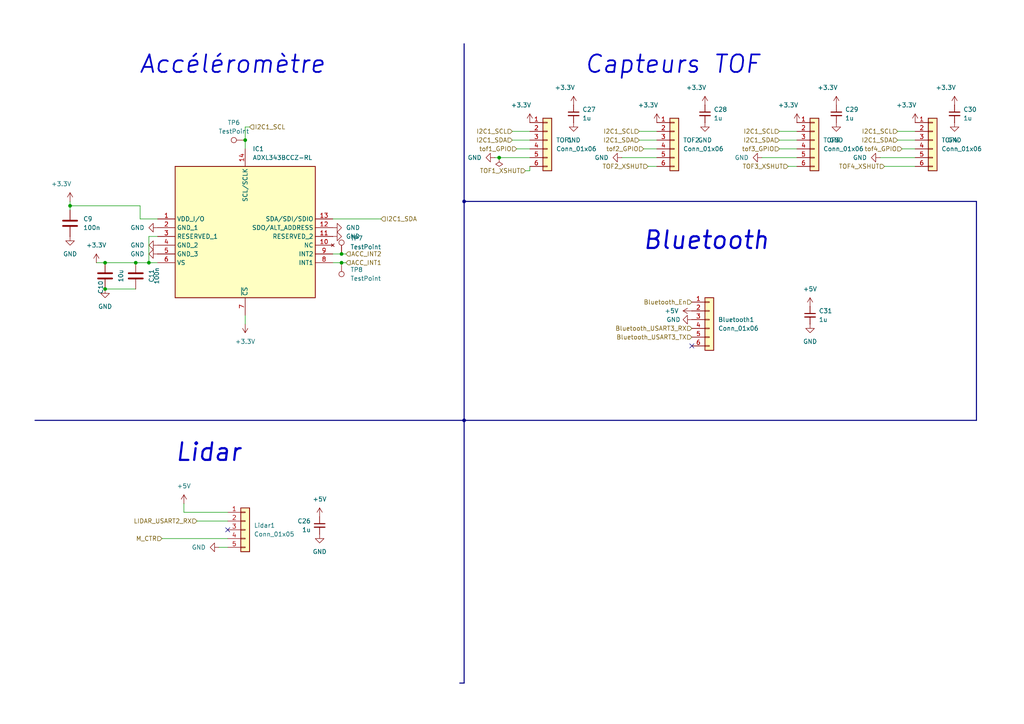
<source format=kicad_sch>
(kicad_sch (version 20250114) (generator "eeschema") (generator_version "9.0")
  (paper "A4")
  (lib_symbols
    (symbol "ADXL343BCCZ-RL:ADXL343BCCZ-RL"
      (property "Reference" "IC" (at 46.99 20.32 0))
      (property "Value" "ADXL343BCCZ-RL" (at 46.99 17.78 0))
      (symbol "ADXL343BCCZ-RL_1_1"
        (rectangle (start 5.08 15.24) (end 45.72 -22.86) (stroke (width 0.254)) (fill (type background)))
        (pin passive line (at 0 0 0) (length 5.08) (name "VDD_I/O") (number "1"))
        (pin passive line (at 0 -2.54 0) (length 5.08) (name "GND_1") (number "2"))
        (pin passive line (at 0 -5.08 0) (length 5.08) (name "RESERVED_1") (number "3"))
        (pin passive line (at 0 -7.62 0) (length 5.08) (name "GND_2") (number "4"))
        (pin passive line (at 0 -10.16 0) (length 5.08) (name "GND_3") (number "5"))
        (pin passive line (at 0 -12.7 0) (length 5.08) (name "VS") (number "6"))
        (pin passive line (at 25.4 20.32 270) (length 5.08) (name "SCL/SCLK") (number "14"))
        (pin passive line (at 25.4 -27.94 90) (length 5.08) (name "~{CS}") (number "7"))
        (pin passive line (at 50.8 0 180) (length 5.08) (name "SDA/SDI/SDIO") (number "13"))
        (pin passive line (at 50.8 -2.54 180) (length 5.08) (name "SDO/ALT_ADDRESS") (number "12"))
        (pin passive line (at 50.8 -5.08 180) (length 5.08) (name "RESERVED_2") (number "11"))
        (pin no_connect line (at 50.8 -7.62 180) (length 5.08) (name "NC") (number "10"))
        (pin passive line (at 50.8 -10.16 180) (length 5.08) (name "INT2") (number "9"))
        (pin passive line (at 50.8 -12.7 180) (length 5.08) (name "INT1") (number "8"))
      )
    )
    (symbol "Connector:TestPoint" (pin_numbers (hide yes)) (pin_names (offset 0.762) (hide yes))
      (property "Reference" "TP" (at 0 6.858 0))
      (property "Value" "TestPoint" (at 0 5.08 0))
      (symbol "TestPoint_0_1"
        (circle (center 0 3.302) (radius 0.762))
      )
      (symbol "TestPoint_1_1"
        (pin passive line (at 0 0 90) (length 2.54) (name "1") (number "1"))
      )
    )
    (symbol "Connector_Generic:Conn_01x05" (pin_names (offset 1.016) (hide yes))
      (property "Reference" "J" (at 0 7.62 0))
      (property "Value" "Conn_01x05" (at 0 -7.62 0))
      (symbol "Conn_01x05_1_1"
        (rectangle (start -1.27 6.35) (end 1.27 -6.35) (stroke (width 0.254)) (fill (type background)))
        (rectangle (start -1.27 5.207) (end 0 4.953) (stroke (width 0.1524)))
        (rectangle (start -1.27 2.667) (end 0 2.413) (stroke (width 0.1524)))
        (rectangle (start -1.27 0.127) (end 0 -0.127) (stroke (width 0.1524)))
        (rectangle (start -1.27 -2.413) (end 0 -2.667) (stroke (width 0.1524)))
        (rectangle (start -1.27 -4.953) (end 0 -5.207) (stroke (width 0.1524)))
        (pin passive line (at -5.08 5.08 0) (length 3.81) (name "Pin_1") (number "1"))
        (pin passive line (at -5.08 2.54 0) (length 3.81) (name "Pin_2") (number "2"))
        (pin passive line (at -5.08 0 0) (length 3.81) (name "Pin_3") (number "3"))
        (pin passive line (at -5.08 -2.54 0) (length 3.81) (name "Pin_4") (number "4"))
        (pin passive line (at -5.08 -5.08 0) (length 3.81) (name "Pin_5") (number "5"))
      )
    )
    (symbol "Connector_Generic:Conn_01x06" (pin_names (offset 1.016) (hide yes))
      (property "Reference" "J" (at 0 7.62 0))
      (property "Value" "Conn_01x06" (at 0 -10.16 0))
      (symbol "Conn_01x06_1_1"
        (rectangle (start -1.27 6.35) (end 1.27 -8.89) (stroke (width 0.254)) (fill (type background)))
        (rectangle (start -1.27 5.207) (end 0 4.953) (stroke (width 0.1524)))
        (rectangle (start -1.27 2.667) (end 0 2.413) (stroke (width 0.1524)))
        (rectangle (start -1.27 0.127) (end 0 -0.127) (stroke (width 0.1524)))
        (rectangle (start -1.27 -2.413) (end 0 -2.667) (stroke (width 0.1524)))
        (rectangle (start -1.27 -4.953) (end 0 -5.207) (stroke (width 0.1524)))
        (rectangle (start -1.27 -7.493) (end 0 -7.747) (stroke (width 0.1524)))
        (pin passive line (at -5.08 5.08 0) (length 3.81) (name "Pin_1") (number "1"))
        (pin passive line (at -5.08 2.54 0) (length 3.81) (name "Pin_2") (number "2"))
        (pin passive line (at -5.08 0 0) (length 3.81) (name "Pin_3") (number "3"))
        (pin passive line (at -5.08 -2.54 0) (length 3.81) (name "Pin_4") (number "4"))
        (pin passive line (at -5.08 -5.08 0) (length 3.81) (name "Pin_5") (number "5"))
        (pin passive line (at -5.08 -7.62 0) (length 3.81) (name "Pin_6") (number "6"))
      )
    )
    (symbol "Device:C" (pin_numbers (hide yes)) (pin_names (offset 0.254))
      (property "Reference" "C" (at 0.635 2.54 0))
      (property "Value" "C" (at 0.635 -2.54 0))
      (symbol "C_0_1"
        (polyline (pts (xy -2.032 0.762) (xy 2.032 0.762)) (stroke (width 0.508)))
        (polyline (pts (xy -2.032 -0.762) (xy 2.032 -0.762)) (stroke (width 0.508)))
      )
      (symbol "C_1_1"
        (pin passive line (at 0 3.81 270) (length 2.794) (name "~") (number "1"))
        (pin passive line (at 0 -3.81 90) (length 2.794) (name "~") (number "2"))
      )
    )
    (symbol "Device:C_Small" (pin_numbers (hide yes)) (pin_names (offset 0.254) (hide yes))
      (property "Reference" "C" (at 0.254 1.778 0))
      (property "Value" "C_Small" (at 0.254 -2.032 0))
      (symbol "C_Small_0_1"
        (polyline (pts (xy -1.524 0.508) (xy 1.524 0.508)) (stroke (width 0.3048)))
        (polyline (pts (xy -1.524 -0.508) (xy 1.524 -0.508)) (stroke (width 0.3302)))
      )
      (symbol "C_Small_1_1"
        (pin passive line (at 0 2.54 270) (length 2.032) (name "~") (number "1"))
        (pin passive line (at 0 -2.54 90) (length 2.032) (name "~") (number "2"))
      )
    )
    (symbol "power:+3.3V" (power) (pin_numbers (hide yes)) (pin_names (offset 0) (hide yes))
      (property "Value" "+3.3V" (at 0 3.556 0))
      (symbol "+3.3V_0_1"
        (polyline (pts (xy -0.762 1.27) (xy 0 2.54)))
        (polyline (pts (xy 0 2.54) (xy 0.762 1.27)))
        (polyline (pts (xy 0 0) (xy 0 2.54)))
      )
      (symbol "+3.3V_1_1"
        (pin power_in line (at 0 0 90) (length 0) (name "~") (number "1"))
      )
    )
    (symbol "power:+5V" (power) (pin_numbers (hide yes)) (pin_names (offset 0) (hide yes))
      (property "Value" "+5V" (at 0 3.556 0))
      (symbol "+5V_0_1"
        (polyline (pts (xy -0.762 1.27) (xy 0 2.54)))
        (polyline (pts (xy 0 2.54) (xy 0.762 1.27)))
        (polyline (pts (xy 0 0) (xy 0 2.54)))
      )
      (symbol "+5V_1_1"
        (pin power_in line (at 0 0 90) (length 0) (name "~") (number "1"))
      )
    )
    (symbol "power:GND" (power) (pin_numbers (hide yes)) (pin_names (offset 0) (hide yes))
      (property "Value" "GND" (at 0 -3.81 0))
      (symbol "GND_0_1"
        (polyline (pts (xy 0 0) (xy 0 -1.27) (xy 1.27 -1.27) (xy 0 -2.54) (xy -1.27 -1.27) (xy 0 -1.27)))
      )
      (symbol "GND_1_1"
        (pin power_in line (at 0 0 270) (length 0) (name "~") (number "1"))
      )
    )
    (symbol "power:PWR_FLAG" (power) (pin_numbers (hide yes)) (pin_names (offset 0) (hide yes))
      (property "Value" "PWR_FLAG" (at 0 3.81 0))
      (symbol "PWR_FLAG_0_0"
        (pin power_out line (at 0 0 90) (length 0) (name "~") (number "1"))
      )
      (symbol "PWR_FLAG_0_1"
        (polyline (pts (xy 0 0) (xy 0 1.27) (xy -1.016 1.905) (xy 0 2.54) (xy 1.016 1.905) (xy 0 1.27)))
      )
    )
  )
  (text "Lidar\n" (at 60.452 131.318 0) (effects (font (size 5.08 5.08) (thickness 0.635) (italic yes))))
  (text "Bluetooth " (at 206.756 69.85 0) (effects (font (size 5.08 5.08) (thickness 0.635) (italic yes))))
  (text "Accéléromètre " (at 69.342 18.796 0) (effects (font (size 5.08 5.08) (thickness 0.508) (bold yes) (italic yes))))
  (text "Capteurs TOF" (at 195.072 18.796 0) (effects (font (size 5.08 5.08) (thickness 0.508) (bold yes) (italic yes))))
  (junction (at 134.62 58.42))
  (junction (at 30.48 76.2))
  (junction (at 39.37 76.2))
  (junction (at 71.12 40.64))
  (junction (at 144.78 45.72))
  (junction (at 30.48 83.82))
  (junction (at 20.32 59.69))
  (junction (at 134.62 121.92))
  (junction (at 99.06 73.66))
  (junction (at 43.18 76.2))
  (junction (at 99.06 76.2))
  (no_connect (at 66.04 153.67))
  (no_connect (at 200.66 100.33))
  (bus (pts (xy 283.21 58.42) (xy 283.21 121.92)))
  (bus (pts (xy 10.16 121.92) (xy 134.62 121.92)))
  (wire (pts (xy 152.4 49.53) (xy 153.67 49.53)))
  (bus (pts (xy 283.21 121.92) (xy 134.62 121.92)))
  (wire (pts (xy 53.34 148.59) (xy 66.04 148.59)))
  (wire (pts (xy 148.59 38.1) (xy 153.67 38.1)))
  (wire (pts (xy 71.12 36.83) (xy 71.12 40.64)))
  (wire (pts (xy 63.5 158.75) (xy 66.04 158.75)))
  (wire (pts (xy 20.32 59.69) (xy 40.64 59.69)))
  (wire (pts (xy 226.06 40.64) (xy 231.14 40.64)))
  (wire (pts (xy 46.99 156.21) (xy 66.04 156.21)))
  (wire (pts (xy 260.35 38.1) (xy 265.43 38.1)))
  (wire (pts (xy 220.98 45.72) (xy 231.14 45.72)))
  (wire (pts (xy 45.72 68.58) (xy 43.18 68.58)))
  (wire (pts (xy 185.42 40.64) (xy 190.5 40.64)))
  (wire (pts (xy 43.18 68.58) (xy 43.18 76.2)))
  (wire (pts (xy 186.69 43.18) (xy 190.5 43.18)))
  (wire (pts (xy 30.48 76.2) (xy 39.37 76.2)))
  (wire (pts (xy 149.86 43.18) (xy 153.67 43.18)))
  (wire (pts (xy 71.12 91.44) (xy 71.12 93.98)))
  (wire (pts (xy 40.64 59.69) (xy 40.64 63.5)))
  (wire (pts (xy 71.12 40.64) (xy 71.12 43.18)))
  (wire (pts (xy 43.18 76.2) (xy 45.72 76.2)))
  (wire (pts (xy 39.37 76.2) (xy 43.18 76.2)))
  (wire (pts (xy 96.52 63.5) (xy 110.49 63.5)))
  (wire (pts (xy 185.42 38.1) (xy 190.5 38.1)))
  (bus (pts (xy 134.62 12.7) (xy 134.62 58.42)))
  (wire (pts (xy 20.32 58.42) (xy 20.32 59.69)))
  (wire (pts (xy 27.94 76.2) (xy 30.48 76.2)))
  (wire (pts (xy 143.51 45.72) (xy 144.78 45.72)))
  (wire (pts (xy 53.34 146.05) (xy 53.34 148.59)))
  (wire (pts (xy 71.12 36.83) (xy 72.39 36.83)))
  (wire (pts (xy 256.54 48.26) (xy 265.43 48.26)))
  (bus (pts (xy 134.62 58.42) (xy 134.62 121.92)))
  (wire (pts (xy 228.6 48.26) (xy 231.14 48.26)))
  (wire (pts (xy 57.15 151.13) (xy 66.04 151.13)))
  (bus (pts (xy 134.62 58.42) (xy 283.21 58.42)))
  (wire (pts (xy 260.35 40.64) (xy 265.43 40.64)))
  (wire (pts (xy 30.48 83.82) (xy 39.37 83.82)))
  (wire (pts (xy 96.52 76.2) (xy 99.06 76.2)))
  (wire (pts (xy 261.62 43.18) (xy 265.43 43.18)))
  (wire (pts (xy 20.32 59.69) (xy 20.32 60.96)))
  (wire (pts (xy 226.06 38.1) (xy 231.14 38.1)))
  (wire (pts (xy 99.06 76.2) (xy 100.33 76.2)))
  (wire (pts (xy 40.64 63.5) (xy 45.72 63.5)))
  (wire (pts (xy 255.27 45.72) (xy 265.43 45.72)))
  (wire (pts (xy 144.78 45.72) (xy 153.67 45.72)))
  (bus (pts (xy 134.62 121.92) (xy 134.62 198.12)))
  (wire (pts (xy 180.34 45.72) (xy 190.5 45.72)))
  (wire (pts (xy 226.06 43.18) (xy 231.14 43.18)))
  (wire (pts (xy 153.67 49.53) (xy 153.67 48.26)))
  (bus (pts (xy 133.35 198.12) (xy 134.62 198.12)))
  (wire (pts (xy 96.52 73.66) (xy 99.06 73.66)))
  (wire (pts (xy 99.06 73.66) (xy 100.33 73.66)))
  (wire (pts (xy 187.96 48.26) (xy 190.5 48.26)))
  (wire (pts (xy 148.59 40.64) (xy 153.67 40.64)))
  (hierarchical_label "TOF2_XSHUT" (shape input) (at 187.96 48.26 180))
  (hierarchical_label "Bluetooth_USART3_TX" (shape input) (at 200.66 97.79 180))
  (hierarchical_label "tof2_GPIO" (shape input) (at 186.69 43.18 180))
  (hierarchical_label "M_CTR" (shape input) (at 46.99 156.21 180))
  (hierarchical_label "TOF3_XSHUT" (shape input) (at 228.6 48.26 180))
  (hierarchical_label "I2C1_SDA" (shape input) (at 226.06 40.64 180))
  (hierarchical_label "ACC_INT2" (shape input) (at 100.33 73.66 0))
  (hierarchical_label "tof3_GPIO" (shape input) (at 226.06 43.18 180))
  (hierarchical_label "TOF4_XSHUT" (shape input) (at 256.54 48.26 180))
  (hierarchical_label "TOF1_XSHUT" (shape input) (at 152.4 49.53 180))
  (hierarchical_label "tof4_GPIO" (shape input) (at 261.62 43.18 180))
  (hierarchical_label "I2C1_SDA" (shape input) (at 148.59 40.64 180))
  (hierarchical_label "I2C1_SCL" (shape input) (at 226.06 38.1 180))
  (hierarchical_label "I2C1_SCL" (shape input) (at 185.42 38.1 180))
  (hierarchical_label "I2C1_SDA" (shape input) (at 260.35 40.64 180))
  (hierarchical_label "I2C1_SDA" (shape input) (at 185.42 40.64 180))
  (hierarchical_label "ACC_INT1" (shape input) (at 100.33 76.2 0))
  (hierarchical_label "Bluetooth_USART3_RX" (shape input) (at 200.66 95.25 180))
  (hierarchical_label "I2C1_SCL" (shape input) (at 72.39 36.83 0))
  (hierarchical_label "Bluetooth_En" (shape input) (at 200.66 87.63 180))
  (hierarchical_label "LIDAR_USART2_RX" (shape input) (at 57.15 151.13 180))
  (hierarchical_label "I2C1_SCL" (shape input) (at 148.59 38.1 180))
  (hierarchical_label "I2C1_SCL" (shape input) (at 260.35 38.1 180))
  (hierarchical_label "tof1_GPIO" (shape input) (at 149.86 43.18 180))
  (hierarchical_label "I2C1_SDA" (shape input) (at 110.49 63.5 0))
  (symbol (lib_id "power:+3.3V") (at 27.94 76.2 0) (unit 1)
    (property "Reference" "#PWR0127" (effects (hide yes)))
    (property "Value" "+3.3V" (at 27.94 71.12 0))
    (property "Description" "Power symbol creates a global label with name \"+3.3V\"" (effects (hide yes)))
    (instances (project "Projet_Robot" (path "" (reference "#PWR0127") (unit 1))) (project "" (path "" (reference "#PWR?") (unit 1))))
  )
  (symbol (lib_id "Connector:TestPoint") (at 99.06 73.66 0) (unit 1)
    (property "Reference" "TP7" (at 101.6 69.0879 0) (effects (justify left)))
    (property "Value" "TestPoint" (at 101.6 71.6279 0) (effects (justify left)))
    (property "Footprint" "TestPoint:TestPoint_Pad_D1.5mm" (effects (hide yes)))
    (property "Description" "test point" (effects (hide yes)))
  )
  (symbol (lib_id "power:GND") (at 143.51 45.72 270) (unit 1)
    (property "Reference" "#PWR04" (effects (hide yes)))
    (property "Value" "GND" (at 139.7 45.7199 90) (effects (justify right)))
    (property "Description" "Power symbol creates a global label with name \"GND\" , ground" (effects (hide yes)))
  )
  (symbol (lib_id "power:+5V") (at 92.71 149.86 0) (unit 1)
    (property "Reference" "#PWR027" (effects (hide yes)))
    (property "Value" "+5V" (at 92.71 144.78 0))
    (property "Description" "Power symbol creates a global label with name \"+5V\"" (effects (hide yes)))
  )
  (symbol (lib_id "Connector_Generic:Conn_01x06") (at 270.51 40.64 0) (unit 1)
    (property "Reference" "TOF4" (at 273.05 40.6399 0) (effects (justify left)))
    (property "Value" "Conn_01x06" (at 273.05 43.1799 0) (effects (justify left)))
    (property "Footprint" "Connector_PinSocket_2.54mm:PinSocket_1x06_P2.54mm_Vertical" (effects (hide yes)))
    (property "Description" "Generic connector, single row, 01x06, script generated (kicad-library-utils/schlib/autogen/connector/)" (effects (hide yes)))
  )
  (symbol (lib_id "power:+3.3V") (at 20.32 58.42 0) (unit 1)
    (property "Reference" "#PWR0124" (effects (hide yes)))
    (property "Value" "+3.3V" (at 17.78 53.34 0))
    (property "Description" "Power symbol creates a global label with name \"+3.3V\"" (effects (hide yes)))
    (instances (project "Projet_Robot" (path "" (reference "#PWR0124") (unit 1))) (project "Projet micro" (path "" (reference "#PWR?") (unit 1))))
  )
  (symbol (lib_id "Device:C") (at 30.48 80.01 180) (unit 1)
    (property "Reference" "C10" (at 29.21 83.312 90))
    (property "Value" "10u" (at 35.052 80.01 90))
    (property "Footprint" "Capacitor_SMD:C_0603_1608Metric" (effects (hide yes)))
    (property "Description" "Unpolarized capacitor" (effects (hide yes)))
    (instances (project "" (path "" (reference "C10") (unit 1))) (project "Projet micro" (path "" (reference "C2") (unit 1))))
  )
  (symbol (lib_id "power:+5V") (at 234.95 88.9 0) (unit 1)
    (property "Reference" "#PWR038" (effects (hide yes)))
    (property "Value" "+5V" (at 234.95 83.82 0))
    (property "Description" "Power symbol creates a global label with name \"+5V\"" (effects (hide yes)))
  )
  (symbol (lib_id "power:GND") (at 30.48 83.82 0) (unit 1)
    (property "Reference" "#PWR024" (effects (hide yes)))
    (property "Value" "GND" (at 30.48 88.9 0))
    (property "Description" "Power symbol creates a global label with name \"GND\" , ground" (effects (hide yes)))
  )
  (symbol (lib_id "power:+3.3V") (at 265.43 35.56 0) (unit 1)
    (property "Reference" "#PWR030" (effects (hide yes)))
    (property "Value" "+3.3V" (at 262.89 30.48 0))
    (property "Description" "Power symbol creates a global label with name \"+3.3V\"" (effects (hide yes)))
  )
  (symbol (lib_id "power:+3.3V") (at 276.86 30.48 0) (unit 1)
    (property "Reference" "#PWR032" (effects (hide yes)))
    (property "Value" "+3.3V" (at 274.32 25.4 0))
    (property "Description" "Power symbol creates a global label with name \"+3.3V\"" (effects (hide yes)))
  )
  (symbol (lib_id "power:+3.3V") (at 204.47 30.48 0) (unit 1)
    (property "Reference" "#PWR010" (effects (hide yes)))
    (property "Value" "+3.3V" (at 201.93 25.4 0))
    (property "Description" "Power symbol creates a global label with name \"+3.3V\"" (effects (hide yes)))
  )
  (symbol (lib_id "power:+5V") (at 200.66 90.17 90) (unit 1)
    (property "Reference" "#PWR042" (effects (hide yes)))
    (property "Value" "+5V" (at 196.85 90.1699 90) (effects (justify left)))
    (property "Description" "Power symbol creates a global label with name \"+5V\"" (effects (hide yes)))
  )
  (symbol (lib_id "power:+5V") (at 53.34 146.05 0) (unit 1)
    (property "Reference" "#PWR0129" (effects (hide yes)))
    (property "Value" "+5V" (at 53.34 140.97 0))
    (property "Description" "Power symbol creates a global label with name \"+5V\"" (effects (hide yes)))
    (instances (project "Projet_Robot" (path "" (reference "#PWR0129") (unit 1))) (project "" (path "" (reference "#PWR?") (unit 1))))
  )
  (symbol (lib_id "power:+3.3V") (at 153.67 35.56 0) (unit 1)
    (property "Reference" "#PWR03" (effects (hide yes)))
    (property "Value" "+3.3V" (at 151.13 30.48 0))
    (property "Description" "Power symbol creates a global label with name \"+3.3V\"" (effects (hide yes)))
  )
  (symbol (lib_id "power:+3.3V") (at 190.5 35.56 0) (unit 1)
    (property "Reference" "#PWR08" (effects (hide yes)))
    (property "Value" "+3.3V" (at 187.96 30.48 0))
    (property "Description" "Power symbol creates a global label with name \"+3.3V\"" (effects (hide yes)))
  )
  (symbol (lib_id "Connector_Generic:Conn_01x06") (at 195.58 40.64 0) (unit 1)
    (property "Reference" "TOF2" (at 198.12 40.6399 0) (effects (justify left)))
    (property "Value" "Conn_01x06" (at 198.12 43.1799 0) (effects (justify left)))
    (property "Footprint" "Connector_PinSocket_2.54mm:PinSocket_1x06_P2.54mm_Vertical" (effects (hide yes)))
    (property "Description" "Generic connector, single row, 01x06, script generated (kicad-library-utils/schlib/autogen/connector/)" (effects (hide yes)))
  )
  (symbol (lib_id "power:GND") (at 166.37 35.56 0) (unit 1)
    (property "Reference" "#PWR031" (effects (hide yes)))
    (property "Value" "GND" (at 166.37 40.64 0))
    (property "Description" "Power symbol creates a global label with name \"GND\" , ground" (effects (hide yes)))
  )
  (symbol (lib_id "Device:C_Small") (at 92.71 152.4 0) (mirror y) (unit 1)
    (property "Reference" "C26" (at 90.17 151.1362 0) (effects (justify left)))
    (property "Value" "1u" (at 90.17 153.6762 0) (effects (justify left)))
    (property "Footprint" "Capacitor_SMD:C_0603_1608Metric" (effects (hide yes)))
    (property "Description" "Unpolarized capacitor, small symbol" (effects (hide yes)))
  )
  (symbol (lib_id "Connector_Generic:Conn_01x06") (at 158.75 40.64 0) (unit 1)
    (property "Reference" "TOF1" (at 161.29 40.6399 0) (effects (justify left)))
    (property "Value" "Conn_01x06" (at 161.29 43.1799 0) (effects (justify left)))
    (property "Footprint" "Connector_PinSocket_2.54mm:PinSocket_1x06_P2.54mm_Vertical" (effects (hide yes)))
    (property "Description" "Generic connector, single row, 01x06, script generated (kicad-library-utils/schlib/autogen/connector/)" (effects (hide yes)))
    (instances (project "" (path "" (reference "TOF1") (unit 1))) (project "" (path "" (reference "J2") (unit 1))))
  )
  (symbol (lib_id "power:GND") (at 276.86 35.56 0) (unit 1)
    (property "Reference" "#PWR037" (effects (hide yes)))
    (property "Value" "GND" (at 276.86 40.64 0))
    (property "Description" "Power symbol creates a global label with name \"GND\" , ground" (effects (hide yes)))
  )
  (symbol (lib_id "power:GND") (at 255.27 45.72 270) (unit 1)
    (property "Reference" "#PWR09" (effects (hide yes)))
    (property "Value" "GND" (at 251.46 45.7199 90) (effects (justify right)))
    (property "Description" "Power symbol creates a global label with name \"GND\" , ground" (effects (hide yes)))
  )
  (symbol (lib_id "power:GND") (at 96.52 68.58 90) (unit 1)
    (property "Reference" "#PWR0120" (effects (hide yes)))
    (property "Value" "GND" (at 100.33 68.5799 90) (effects (justify right)))
    (property "Description" "Power symbol creates a global label with name \"GND\" , ground" (effects (hide yes)))
    (instances (project "Projet_Robot" (path "" (reference "#PWR0120") (unit 1))) (project "" (path "" (reference "#PWR?") (unit 1))))
  )
  (symbol (lib_id "Device:C_Small") (at 242.57 33.02 0) (unit 1)
    (property "Reference" "C29" (at 245.11 31.7562 0) (effects (justify left)))
    (property "Value" "1u" (at 245.11 34.2962 0) (effects (justify left)))
    (property "Footprint" "Capacitor_SMD:C_0603_1608Metric" (effects (hide yes)))
    (property "Description" "Unpolarized capacitor, small symbol" (effects (hide yes)))
  )
  (symbol (lib_id "power:GND") (at 200.66 92.71 270) (unit 1)
    (property "Reference" "#PWR0118" (effects (hide yes)))
    (property "Value" "GND" (at 195.326 92.71 90))
    (property "Description" "Power symbol creates a global label with name \"GND\" , ground" (effects (hide yes)))
  )
  (symbol (lib_id "Device:C") (at 20.32 64.77 180) (unit 1)
    (property "Reference" "C9" (at 24.13 63.4999 0) (effects (justify right)))
    (property "Value" "100n" (at 24.13 66.0399 0) (effects (justify right)))
    (property "Footprint" "Capacitor_SMD:C_0402_1005Metric" (effects (hide yes)))
    (property "Description" "Unpolarized capacitor" (effects (hide yes)))
    (instances (project "" (path "" (reference "C9") (unit 1))) (project "" (path "" (reference "C1") (unit 1))))
  )
  (symbol (lib_id "power:GND") (at 45.72 66.04 270) (unit 1)
    (property "Reference" "#PWR0125" (effects (hide yes)))
    (property "Value" "GND" (at 41.91 66.0399 90) (effects (justify right)))
    (property "Description" "Power symbol creates a global label with name \"GND\" , ground" (effects (hide yes)))
    (instances (project "Projet_Robot" (path "" (reference "#PWR0125") (unit 1))) (project "" (path "" (reference "#PWR?") (unit 1))))
  )
  (symbol (lib_id "Device:C_Small") (at 166.37 33.02 0) (unit 1)
    (property "Reference" "C27" (at 168.91 31.7562 0) (effects (justify left)))
    (property "Value" "1u" (at 168.91 34.2962 0) (effects (justify left)))
    (property "Footprint" "Capacitor_SMD:C_0603_1608Metric" (effects (hide yes)))
    (property "Description" "Unpolarized capacitor, small symbol" (effects (hide yes)))
  )
  (symbol (lib_id "Connector:TestPoint") (at 71.12 40.64 90) (unit 1)
    (property "Reference" "TP6" (at 67.818 35.56 90))
    (property "Value" "TestPoint" (at 67.818 38.1 90))
    (property "Footprint" "TestPoint:TestPoint_Pad_D1.5mm" (effects (hide yes)))
    (property "Description" "test point" (effects (hide yes)))
  )
  (symbol (lib_id "Connector_Generic:Conn_01x06") (at 205.74 92.71 0) (unit 1)
    (property "Reference" "Bluetooth1" (at 208.28 92.7099 0) (effects (justify left)))
    (property "Value" "Conn_01x06" (at 208.28 95.2499 0) (effects (justify left)))
    (property "Footprint" "Connector_PinSocket_2.54mm:PinSocket_1x06_P2.54mm_Vertical" (effects (hide yes)))
    (property "Description" "Generic connector, single row, 01x06, script generated (kicad-library-utils/schlib/autogen/connector/)" (effects (hide yes)))
  )
  (symbol (lib_id "power:GND") (at 204.47 35.56 0) (unit 1)
    (property "Reference" "#PWR033" (effects (hide yes)))
    (property "Value" "GND" (at 204.47 40.64 0))
    (property "Description" "Power symbol creates a global label with name \"GND\" , ground" (effects (hide yes)))
  )
  (symbol (lib_id "power:GND") (at 45.72 73.66 270) (unit 1)
    (property "Reference" "#PWR0122" (effects (hide yes)))
    (property "Value" "GND" (at 41.91 73.6599 90) (effects (justify right)))
    (property "Description" "Power symbol creates a global label with name \"GND\" , ground" (effects (hide yes)))
    (instances (project "Projet_Robot" (path "" (reference "#PWR0122") (unit 1))) (project "Projet micro" (path "" (reference "#PWR?") (unit 1))))
  )
  (symbol (lib_id "power:+3.3V") (at 71.12 93.98 180) (unit 1)
    (property "Reference" "#PWR0130" (effects (hide yes)))
    (property "Value" "+3.3V" (at 71.12 99.06 0))
    (property "Description" "Power symbol creates a global label with name \"+3.3V\"" (effects (hide yes)))
    (instances (project "Projet_Robot" (path "" (reference "#PWR0130") (unit 1))) (project "Projet micro" (path "" (reference "#PWR?") (unit 1))))
  )
  (symbol (lib_id "Connector_Generic:Conn_01x06") (at 236.22 40.64 0) (unit 1)
    (property "Reference" "TOF3" (at 238.76 40.6399 0) (effects (justify left)))
    (property "Value" "Conn_01x06" (at 238.76 43.1799 0) (effects (justify left)))
    (property "Footprint" "Connector_PinSocket_2.54mm:PinSocket_1x06_P2.54mm_Vertical" (effects (hide yes)))
    (property "Description" "Generic connector, single row, 01x06, script generated (kicad-library-utils/schlib/autogen/connector/)" (effects (hide yes)))
  )
  (symbol (lib_id "power:GND") (at 220.98 45.72 270) (unit 1)
    (property "Reference" "#PWR07" (effects (hide yes)))
    (property "Value" "GND" (at 217.17 45.7199 90) (effects (justify right)))
    (property "Description" "Power symbol creates a global label with name \"GND\" , ground" (effects (hide yes)))
  )
  (symbol (lib_id "power:GND") (at 63.5 158.75 270) (unit 1)
    (property "Reference" "#PWR0128" (effects (hide yes)))
    (property "Value" "GND" (at 59.69 158.7499 90) (effects (justify right)))
    (property "Description" "Power symbol creates a global label with name \"GND\" , ground" (effects (hide yes)))
    (instances (project "Projet_Robot" (path "" (reference "#PWR0128") (unit 1))) (project "" (path "" (reference "#PWR?") (unit 1))))
  )
  (symbol (lib_id "Connector_Generic:Conn_01x05") (at 71.12 153.67 0) (unit 1)
    (property "Reference" "Lidar1" (at 73.66 152.3999 0) (effects (justify left)))
    (property "Value" "Conn_01x05" (at 73.66 154.9399 0) (effects (justify left)))
    (property "Footprint" "Connector_JST:JST_XH_B5B-XH-A_1x05_P2.50mm_Vertical" (effects (hide yes)))
    (property "Description" "Generic connector, single row, 01x05, script generated (kicad-library-utils/schlib/autogen/connector/)" (effects (hide yes)))
  )
  (symbol (lib_id "Connector:TestPoint") (at 99.06 76.2 180) (unit 1)
    (property "Reference" "TP8" (at 101.6 78.2319 0) (effects (justify right)))
    (property "Value" "TestPoint" (at 101.6 80.7719 0) (effects (justify right)))
    (property "Footprint" "TestPoint:TestPoint_Pad_D1.5mm" (effects (hide yes)))
    (property "Description" "test point" (effects (hide yes)))
  )
  (symbol (lib_id "power:GND") (at 242.57 35.56 0) (unit 1)
    (property "Reference" "#PWR035" (effects (hide yes)))
    (property "Value" "GND" (at 242.57 40.64 0))
    (property "Description" "Power symbol creates a global label with name \"GND\" , ground" (effects (hide yes)))
  )
  (symbol (lib_id "power:GND") (at 96.52 66.04 90) (unit 1)
    (property "Reference" "#PWR0126" (effects (hide yes)))
    (property "Value" "GND" (at 100.33 66.0399 90) (effects (justify right)))
    (property "Description" "Power symbol creates a global label with name \"GND\" , ground" (effects (hide yes)))
    (instances (project "Projet_Robot" (path "" (reference "#PWR0126") (unit 1))) (project "Projet micro" (path "" (reference "#PWR?") (unit 1))))
  )
  (symbol (lib_id "power:GND") (at 180.34 45.72 270) (unit 1)
    (property "Reference" "#PWR05" (effects (hide yes)))
    (property "Value" "GND" (at 176.53 45.7199 90) (effects (justify right)))
    (property "Description" "Power symbol creates a global label with name \"GND\" , ground" (effects (hide yes)))
  )
  (symbol (lib_id "Device:C_Small") (at 204.47 33.02 0) (unit 1)
    (property "Reference" "C28" (at 207.01 31.7562 0) (effects (justify left)))
    (property "Value" "1u" (at 207.01 34.2962 0) (effects (justify left)))
    (property "Footprint" "Capacitor_SMD:C_0603_1608Metric" (effects (hide yes)))
    (property "Description" "Unpolarized capacitor, small symbol" (effects (hide yes)))
  )
  (symbol (lib_id "Device:C_Small") (at 234.95 91.44 0) (unit 1)
    (property "Reference" "C31" (at 237.49 90.1762 0) (effects (justify left)))
    (property "Value" "1u" (at 237.49 92.7162 0) (effects (justify left)))
    (property "Footprint" "Capacitor_SMD:C_0603_1608Metric" (effects (hide yes)))
    (property "Description" "Unpolarized capacitor, small symbol" (effects (hide yes)))
  )
  (symbol (lib_id "power:+3.3V") (at 166.37 30.48 0) (unit 1)
    (property "Reference" "#PWR06" (effects (hide yes)))
    (property "Value" "+3.3V" (at 163.83 25.4 0))
    (property "Description" "Power symbol creates a global label with name \"+3.3V\"" (effects (hide yes)))
  )
  (symbol (lib_id "power:GND") (at 92.71 154.94 0) (unit 1)
    (property "Reference" "#PWR028" (effects (hide yes)))
    (property "Value" "GND" (at 92.71 160.02 0))
    (property "Description" "Power symbol creates a global label with name \"GND\" , ground" (effects (hide yes)))
  )
  (symbol (lib_id "Device:C_Small") (at 276.86 33.02 0) (unit 1)
    (property "Reference" "C30" (at 279.4 31.7562 0) (effects (justify left)))
    (property "Value" "1u" (at 279.4 34.2962 0) (effects (justify left)))
    (property "Footprint" "Capacitor_SMD:C_0603_1608Metric" (effects (hide yes)))
    (property "Description" "Unpolarized capacitor, small symbol" (effects (hide yes)))
  )
  (symbol (lib_id "power:GND") (at 45.72 71.12 270) (unit 1)
    (property "Reference" "#PWR0123" (effects (hide yes)))
    (property "Value" "GND" (at 41.91 71.1199 90) (effects (justify right)))
    (property "Description" "Power symbol creates a global label with name \"GND\" , ground" (effects (hide yes)))
    (instances (project "Projet_Robot" (path "" (reference "#PWR0123") (unit 1))) (project "Projet micro" (path "" (reference "#PWR?") (unit 1))))
  )
  (symbol (lib_id "ADXL343BCCZ-RL:ADXL343BCCZ-RL") (at 45.72 63.5 0) (unit 1)
    (property "Reference" "IC1" (at 73.2633 43.18 0) (effects (justify left)))
    (property "Value" "ADXL343BCCZ-RL" (at 73.2633 45.72 0) (effects (justify left)))
    (property "Footprint" "Package_LGA:LGA-14_3x5mm_P0.8mm_LayoutBorder1x6y" (effects (hide yes)))
    (property "Datasheet" "https://www.analog.com/media/en/technical-documentation/data-sheets/ADXL343.pdf" (effects (hide yes)))
    (property "Description" "Accelerometer X, Y, Z Axis +/-2g, 4g, 8g, 16g 0.05Hz ~ 1.6kHz 14-LGA (3x5)" (effects (hide yes)))
    (property "Height" "1" (effects (hide yes)))
    (property "Mouser Part Number" "584-ADXL343BCCZ-R" (effects (hide yes)))
    (property "Mouser Price/Stock" "https://www.mouser.co.uk/ProductDetail/Analog-Devices/ADXL343BCCZ-RL?qs=WIvQP4zGaniHpowyrbt1Aw%3D%3D" (effects (hide yes)))
    (property "Manufacturer_Name" "Analog Devices" (effects (hide yes)))
    (property "Manufacturer_Part_Number" "ADXL343BCCZ-RL" (effects (hide yes)))
  )
  (symbol (lib_id "power:+3.3V") (at 231.14 35.56 0) (unit 1)
    (property "Reference" "#PWR014" (effects (hide yes)))
    (property "Value" "+3.3V" (at 228.6 30.48 0))
    (property "Description" "Power symbol creates a global label with name \"+3.3V\"" (effects (hide yes)))
  )
  (symbol (lib_id "power:GND") (at 20.32 68.58 0) (unit 1)
    (property "Reference" "#PWR011" (effects (hide yes)))
    (property "Value" "GND" (at 20.32 73.66 0))
    (property "Description" "Power symbol creates a global label with name \"GND\" , ground" (effects (hide yes)))
  )
  (symbol (lib_id "power:+3.3V") (at 242.57 30.48 0) (unit 1)
    (property "Reference" "#PWR020" (effects (hide yes)))
    (property "Value" "+3.3V" (at 240.03 25.4 0))
    (property "Description" "Power symbol creates a global label with name \"+3.3V\"" (effects (hide yes)))
  )
  (symbol (lib_id "power:GND") (at 234.95 93.98 0) (unit 1)
    (property "Reference" "#PWR039" (effects (hide yes)))
    (property "Value" "GND" (at 234.95 99.06 0))
    (property "Description" "Power symbol creates a global label with name \"GND\" , ground" (effects (hide yes)))
  )
  (symbol (lib_id "power:PWR_FLAG") (at 144.78 45.72 180) (unit 1)
    (property "Reference" "#FLG03" (effects (hide yes)))
    (property "Value" "PWR_FLAG" (effects (hide yes)))
    (property "Description" "Special symbol for telling ERC where power comes from" (effects (hide yes)))
  )
  (symbol (lib_id "Device:C") (at 39.37 80.01 180) (unit 1)
    (property "Reference" "C11" (at 43.942 80.01 90))
    (property "Value" "100n" (at 45.466 80.01 90))
    (property "Footprint" "Capacitor_SMD:C_0402_1005Metric" (effects (hide yes)))
    (property "Description" "Unpolarized capacitor" (effects (hide yes)))
    (instances (project "" (path "" (reference "C11") (unit 1))) (project "Projet micro" (path "" (reference "C3") (unit 1))))
  )
)
</source>
